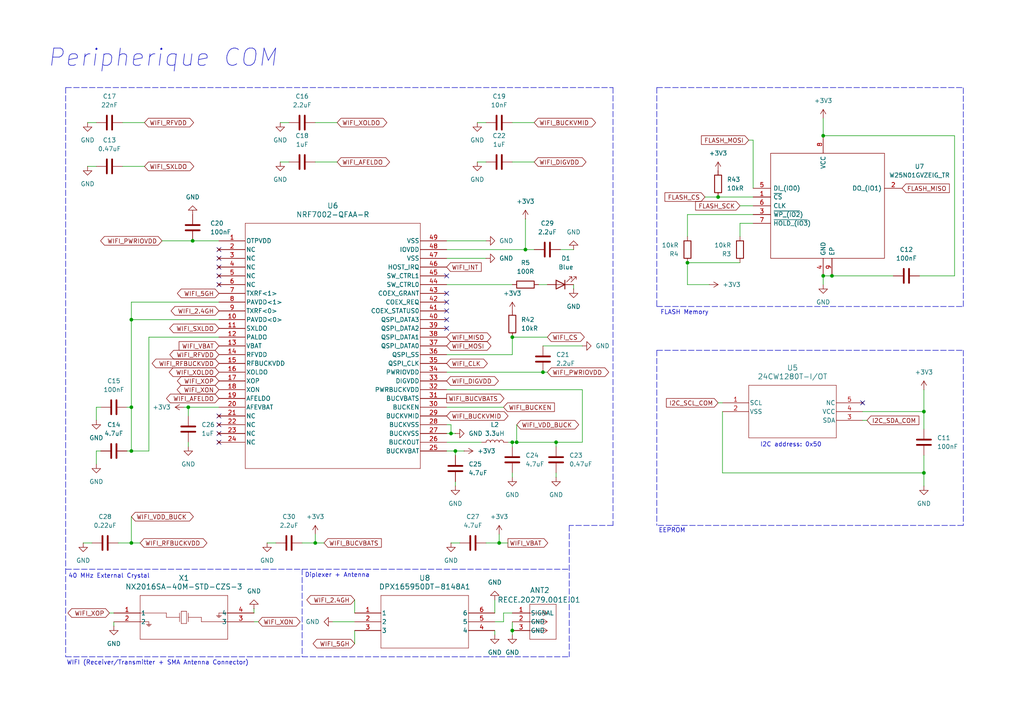
<source format=kicad_sch>
(kicad_sch (version 20231120) (generator "eeschema") (generator_version "8.0")
  (paper "A4")
  (title_block (title "Carte_Embarquée_CRAN_SEGULA") (date "28/03/2025") (rev "11/04/2025"))
  (lib_symbols
    (symbol "24CW128T-IOT:24CW1280T-I_OT" (pin_names (offset 0.254))
      (property "Reference" "U" (at 20.32 10.16 0))
      (property "Value" "24CW1280T-I/OT" (at 20.32 7.62 0))
      (symbol "24CW1280T-I_OT_0_1"
        (pin unspecified line (at 0 0 0) (length 7.62) (name "SCL") (number "1"))
        (pin power_out line (at 0 -2.54 0) (length 7.62) (name "VSS") (number "2"))
        (pin unspecified line (at 40.64 -5.08 180) (length 7.62) (name "SDA") (number "3"))
        (pin power_in line (at 40.64 -2.54 180) (length 7.62) (name "VCC") (number "4"))
        (pin no_connect line (at 40.64 0 180) (length 7.62) (name "NC") (number "5"))
      )
    )
    (symbol "ANT_Wifi_RECE.20279.001E.01:RECE.20279.001E.01" (pin_names (offset 0.254))
      (property "Reference" "ANT" (at 8.89 6.35 0))
      (property "Value" "RECE.20279.001E.01" (at 0 0 0))
      (symbol "RECE.20279.001E.01_1_1"
        (pin unspecified line (at 0 0 0) (length 5.08) (name "SIGNAL") (number "1"))
        (pin unspecified line (at 0 -2.54 0) (length 5.08) (name "GND") (number "2"))
        (pin unspecified line (at 0 -5.08 0) (length 5.08) (name "GND") (number "3"))
      )
      (symbol "RECE.20279.001E.01_1_2"
        (pin unspecified line (at 0 0 0) (length 5.08) (name "SIGNAL") (number "1"))
        (pin unspecified line (at 0 -2.54 0) (length 5.08) (name "GND") (number "2"))
        (pin unspecified line (at 0 -5.08 0) (length 5.08) (name "GND") (number "3"))
      )
    )
    (symbol "Capacitor_Unpolarized:C" (pin_numbers hide) (pin_names (offset 0.254))
      (property "Reference" "C" (at 0.635 2.54 0))
      (property "Value" "C" (at 0.635 -2.54 0))
      (symbol "C_1_1"
        (pin passive line (at 0 3.81 270) (length 2.794) (name "~") (number "1"))
        (pin passive line (at 0 -3.81 90) (length 2.794) (name "~") (number "2"))
      )
    )
    (symbol "Crystal_NX2016SA_40M_STD_CZS_3:NX2016SA-40M-STD-CZS-3" (pin_names (offset 0.254))
      (property "Reference" "X" (at 20.32 10.16 0))
      (property "Value" "NX2016SA-40M-STD-CZS-3" (at 20.32 7.62 0))
      (symbol "NX2016SA-40M-STD-CZS-3_0_1"
        (pin unspecified line (at 0 0 0) (length 7.62) (name "1") (number "1"))
        (pin unspecified line (at 0 -2.54 0) (length 7.62) (name "2") (number "2"))
        (pin unspecified line (at 40.64 -2.54 180) (length 7.62) (name "3") (number "3"))
        (pin unspecified line (at 40.64 0 180) (length 7.62) (name "4") (number "4"))
      )
    )
    (symbol "Diplexeur_DPX165950DT-8148A1:DPX165950DT-8148A1" (pin_names (offset 0.254))
      (property "Reference" "U" (at 20.32 10.16 0))
      (property "Value" "DPX165950DT-8148A1" (at 20.32 7.62 0))
      (symbol "DPX165950DT-8148A1_0_1"
        (pin unspecified line (at 0 0 0) (length 7.62) (name "1") (number "1"))
        (pin unspecified line (at 0 -2.54 0) (length 7.62) (name "2") (number "2"))
        (pin unspecified line (at 0 -5.08 0) (length 7.62) (name "3") (number "3"))
        (pin unspecified line (at 40.64 -5.08 180) (length 7.62) (name "4") (number "4"))
        (pin unspecified line (at 40.64 -2.54 180) (length 7.62) (name "5") (number "5"))
        (pin unspecified line (at 40.64 0 180) (length 7.62) (name "6") (number "6"))
      )
    )
    (symbol "Inductor:L" (pin_numbers hide) (pin_names (offset 1.016) hide)
      (property "Reference" "L" (at -1.27 0 90))
      (property "Value" "L" (at 1.905 0 90))
      (symbol "L_1_1"
        (pin passive line (at 0 3.81 270) (length 1.27) (name "1") (number "1"))
        (pin passive line (at 0 -3.81 90) (length 1.27) (name "2") (number "2"))
      )
    )
    (symbol "LED:LED" (pin_numbers hide) (pin_names (offset 1.016) hide)
      (property "Reference" "D" (at 0 2.54 0))
      (property "Value" "LED" (at 0 -2.54 0))
      (symbol "LED_1_1"
        (pin passive line (at -3.81 0 0) (length 2.54) (name "K") (number "1"))
        (pin passive line (at 3.81 0 180) (length 2.54) (name "A") (number "2"))
      )
    )
    (symbol "Resistor:R" (pin_numbers hide) (pin_names (offset 0))
      (property "Reference" "R" (at 2.032 0 90))
      (property "Value" "R" (at 0 0 90))
      (symbol "R_1_1"
        (pin passive line (at 0 3.81 270) (length 1.27) (name "~") (number "1"))
        (pin passive line (at 0 -3.81 90) (length 1.27) (name "~") (number "2"))
      )
    )
    (symbol "W25N01GVZEIG_TR:W25N01GVZEIG_TR" (pin_names (offset 0.762))
      (property "Reference" "U" (at 39.37 15.24 0))
      (property "Value" "W25N01GVZEIG_TR" (at 39.37 12.7 0))
      (symbol "W25N01GVZEIG_TR_0_0"
        (pin unspecified line (at 0 -2.54 0) (length 5.08) (name "~{CS}") (number "1"))
        (pin unspecified line (at 43.18 0 180) (length 5.08) (name "DO_(IO1)") (number "2"))
        (pin unspecified line (at 0 -7.62 0) (length 5.08) (name "~{WP_(IO2})") (number "3"))
        (pin unspecified line (at 20.32 -25.4 90) (length 5.08) (name "GND") (number "4"))
        (pin unspecified line (at 0 0 0) (length 5.08) (name "DI_(IO0)") (number "5"))
        (pin unspecified line (at 0 -5.08 0) (length 5.08) (name "CLK") (number "6"))
        (pin unspecified line (at 0 -10.16 0) (length 5.08) (name "~{HOLD_(IO3})") (number "7"))
        (pin unspecified line (at 20.32 15.24 270) (length 5.08) (name "VCC") (number "8"))
        (pin unspecified line (at 22.86 -25.4 90) (length 5.08) (name "EP") (number "9"))
      )
    )
    (symbol "Wifi_NRF7002-QFAA-R:NRF7002-QFAA-R" (pin_names (offset 0.254))
      (property "Reference" "U" (at 33.02 10.16 0))
      (property "Value" "NRF7002-QFAA-R" (at 33.02 7.62 0))
      (symbol "NRF7002-QFAA-R_0_1"
        (pin power_in line (at 0 0 0) (length 7.62) (name "OTPVDD") (number "1"))
        (pin power_in line (at 0 -22.86 0) (length 7.62) (name "PAVDD<0>") (number "10"))
        (pin power_in line (at 0 -25.4 0) (length 7.62) (name "SXLDO") (number "11"))
        (pin power_in line (at 0 -27.94 0) (length 7.62) (name "PALDO") (number "12"))
        (pin power_in line (at 0 -30.48 0) (length 7.62) (name "VBAT") (number "13"))
        (pin power_in line (at 0 -33.02 0) (length 7.62) (name "RFVDD") (number "14"))
        (pin power_in line (at 0 -35.56 0) (length 7.62) (name "RFBUCKVDD") (number "15"))
        (pin power_in line (at 0 -38.1 0) (length 7.62) (name "XOLDO") (number "16"))
        (pin unspecified line (at 0 -40.64 0) (length 7.62) (name "XOP") (number "17"))
        (pin unspecified line (at 0 -43.18 0) (length 7.62) (name "XON") (number "18"))
        (pin power_in line (at 0 -45.72 0) (length 7.62) (name "AFELDO") (number "19"))
        (pin no_connect line (at 0 -2.54 0) (length 7.62) (name "NC") (number "2"))
        (pin power_in line (at 0 -48.26 0) (length 7.62) (name "AFEVBAT") (number "20"))
        (pin no_connect line (at 0 -50.8 0) (length 7.62) (name "NC") (number "21"))
        (pin no_connect line (at 0 -53.34 0) (length 7.62) (name "NC") (number "22"))
        (pin no_connect line (at 0 -55.88 0) (length 7.62) (name "NC") (number "23"))
        (pin no_connect line (at 0 -58.42 0) (length 7.62) (name "NC") (number "24"))
        (pin power_in line (at 66.04 -60.96 180) (length 7.62) (name "BUCKVBAT") (number "25"))
        (pin power_in line (at 66.04 -58.42 180) (length 7.62) (name "BUCKOUT") (number "26"))
        (pin power_in line (at 66.04 -55.88 180) (length 7.62) (name "BUCKVSS") (number "27"))
        (pin power_in line (at 66.04 -53.34 180) (length 7.62) (name "BUCKVSS") (number "28"))
        (pin power_in line (at 66.04 -50.8 180) (length 7.62) (name "BUCKVMID") (number "29"))
        (pin no_connect line (at 0 -5.08 0) (length 7.62) (name "NC") (number "3"))
        (pin bidirectional line (at 66.04 -48.26 180) (length 7.62) (name "BUCKEN") (number "30"))
        (pin power_in line (at 66.04 -45.72 180) (length 7.62) (name "BUCVBATS") (number "31"))
        (pin power_in line (at 66.04 -43.18 180) (length 7.62) (name "PWRBUCKVDD") (number "32"))
        (pin power_in line (at 66.04 -40.64 180) (length 7.62) (name "DIGVDD") (number "33"))
        (pin power_in line (at 66.04 -38.1 180) (length 7.62) (name "PWRIOVDD") (number "34"))
        (pin bidirectional line (at 66.04 -35.56 180) (length 7.62) (name "QSPI_CLK") (number "35"))
        (pin bidirectional line (at 66.04 -33.02 180) (length 7.62) (name "QSPI_SS") (number "36"))
        (pin bidirectional line (at 66.04 -30.48 180) (length 7.62) (name "QSPI_DATA0") (number "37"))
        (pin bidirectional line (at 66.04 -27.94 180) (length 7.62) (name "QSPI_DATA1") (number "38"))
        (pin bidirectional line (at 66.04 -25.4 180) (length 7.62) (name "QSPI_DATA2") (number "39"))
        (pin no_connect line (at 0 -7.62 0) (length 7.62) (name "NC") (number "4"))
        (pin bidirectional line (at 66.04 -22.86 180) (length 7.62) (name "QSPI_DATA3") (number "40"))
        (pin bidirectional line (at 66.04 -20.32 180) (length 7.62) (name "COEX_STATUS0") (number "41"))
        (pin bidirectional line (at 66.04 -17.78 180) (length 7.62) (name "COEX_REQ") (number "42"))
        (pin bidirectional line (at 66.04 -15.24 180) (length 7.62) (name "COEX_GRANT") (number "43"))
        (pin bidirectional line (at 66.04 -12.7 180) (length 7.62) (name "SW_CTRL0") (number "44"))
        (pin bidirectional line (at 66.04 -10.16 180) (length 7.62) (name "SW_CTRL1") (number "45"))
        (pin bidirectional line (at 66.04 -7.62 180) (length 7.62) (name "HOST_IRQ") (number "46"))
        (pin power_out line (at 66.04 -5.08 180) (length 7.62) (name "VSS") (number "47"))
        (pin power_in line (at 66.04 -2.54 180) (length 7.62) (name "IOVDD") (number "48"))
        (pin power_out line (at 66.04 0 180) (length 7.62) (name "VSS") (number "49"))
        (pin no_connect line (at 0 -10.16 0) (length 7.62) (name "NC") (number "5"))
        (pin no_connect line (at 0 -12.7 0) (length 7.62) (name "NC") (number "6"))
        (pin bidirectional line (at 0 -15.24 0) (length 7.62) (name "TXRF<1>") (number "7"))
        (pin power_in line (at 0 -17.78 0) (length 7.62) (name "PAVDD<1>") (number "8"))
        (pin bidirectional line (at 0 -20.32 0) (length 7.62) (name "TXRF<0>") (number "9"))
      )
    )
    (symbol "power:+3V3" (power) (pin_numbers hide) (pin_names (offset 0) hide)
      (property "Value" "+3V3" (at 0 3.556 0))
      (symbol "+3V3_1_1"
        (pin power_in line (at 0 0 90) (length 0) (name "~") (number "1"))
      )
    )
    (symbol "power:GND" (power) (pin_numbers hide) (pin_names (offset 0) hide)
      (property "Value" "GND" (at 0 -3.81 0))
      (symbol "GND_1_1"
        (pin power_in line (at 0 0 270) (length 0) (name "~") (number "1"))
      )
    )
  )
  (junction (at 38.1 118.11))
  (junction (at 54.61 118.11))
  (junction (at 148.59 182.88))
  (junction (at 149.86 128.27))
  (junction (at 148.59 97.79))
  (junction (at 267.97 119.38))
  (junction (at 152.4 72.39))
  (junction (at 161.29 128.27))
  (junction (at 267.97 137.16))
  (junction (at 238.76 80.01))
  (junction (at 238.76 39.37))
  (junction (at 38.1 157.48))
  (junction (at 38.1 130.81))
  (junction (at 91.44 157.48))
  (junction (at 199.39 76.2))
  (junction (at 130.81 125.73))
  (junction (at 132.08 130.81))
  (junction (at 157.48 107.95))
  (junction (at 144.78 157.48))
  (junction (at 148.59 128.27))
  (junction (at 241.3 80.01))
  (junction (at 55.88 69.85))
  (junction (at 38.1 92.71))
  (junction (at 208.28 57.15))
  (no_connect (at 63.5 80.01))
  (no_connect (at 63.5 74.93))
  (no_connect (at 129.54 92.71))
  (no_connect (at 63.5 72.39))
  (no_connect (at 129.54 80.01))
  (no_connect (at 250.19 116.84))
  (no_connect (at 63.5 82.55))
  (no_connect (at 129.54 85.09))
  (no_connect (at 63.5 128.27))
  (no_connect (at 63.5 120.65))
  (no_connect (at 63.5 125.73))
  (no_connect (at 129.54 95.25))
  (no_connect (at 129.54 90.17))
  (no_connect (at 63.5 123.19))
  (no_connect (at 63.5 77.47))
  (no_connect (at 129.54 87.63))
  (wire (pts (xy 102.87 173.99) (xy 102.87 177.8)))
  (wire (pts (xy 38.1 157.48) (xy 40.64 157.48)))
  (wire (pts (xy 31.75 177.8) (xy 33.02 177.8)))
  (wire (pts (xy 144.78 154.94) (xy 144.78 157.48)))
  (wire (pts (xy 81.28 35.56) (xy 83.82 35.56)))
  (wire (pts (xy 54.61 118.11) (xy 54.61 120.65)))
  (wire (pts (xy 152.4 72.39) (xy 152.4 63.5)))
  (wire (pts (xy 130.81 125.73) (xy 132.08 125.73)))
  (wire (pts (xy 129.54 123.19) (xy 130.81 123.19)))
  (wire (pts (xy 154.94 46.99) (xy 148.59 46.99)))
  (wire (pts (xy 77.47 157.48) (xy 80.01 157.48)))
  (polyline (pts (xy 19.05 25.4) (xy 19.05 190.5)) (stroke (width 0) (type dash)))
  (wire (pts (xy 144.78 157.48) (xy 147.32 157.48)))
  (wire (pts (xy 139.7 128.27) (xy 129.54 128.27)))
  (wire (pts (xy 208.28 116.84) (xy 209.55 116.84)))
  (wire (pts (xy 87.63 157.48) (xy 91.44 157.48)))
  (wire (pts (xy 162.56 72.39) (xy 166.37 72.39)))
  (wire (pts (xy 27.94 118.11) (xy 29.21 118.11)))
  (wire (pts (xy 81.28 46.99) (xy 83.82 46.99)))
  (wire (pts (xy 38.1 92.71) (xy 63.5 92.71)))
  (wire (pts (xy 168.91 113.03) (xy 168.91 128.27)))
  (wire (pts (xy 149.86 123.19) (xy 149.86 128.27)))
  (polyline (pts (xy 177.8 152.4) (xy 165.1 152.4)) (stroke (width 0) (type dash)))
  (wire (pts (xy 54.61 118.11) (xy 63.5 118.11)))
  (wire (pts (xy 91.44 157.48) (xy 91.44 154.94)))
  (polyline (pts (xy 279.4 101.6) (xy 279.4 152.4)) (stroke (width 0) (type dash)))
  (wire (pts (xy 54.61 128.27) (xy 54.61 129.54)))
  (wire (pts (xy 147.32 128.27) (xy 148.59 128.27)))
  (wire (pts (xy 25.4 48.26) (xy 27.94 48.26)))
  (wire (pts (xy 148.59 97.79) (xy 158.75 97.79)))
  (wire (pts (xy 267.97 113.03) (xy 267.97 119.38)))
  (polyline (pts (xy 190.5 101.6) (xy 279.4 101.6)) (stroke (width 0) (type dash)))
  (wire (pts (xy 143.51 173.99) (xy 143.51 177.8)))
  (wire (pts (xy 199.39 62.23) (xy 218.44 62.23)))
  (wire (pts (xy 146.05 180.34) (xy 143.51 180.34)))
  (wire (pts (xy 143.51 182.88) (xy 143.51 184.15)))
  (wire (pts (xy 168.91 100.33) (xy 157.48 100.33)))
  (wire (pts (xy 250.19 119.38) (xy 267.97 119.38)))
  (wire (pts (xy 74.93 180.34) (xy 73.66 180.34)))
  (wire (pts (xy 36.83 118.11) (xy 38.1 118.11)))
  (wire (pts (xy 38.1 157.48) (xy 38.1 149.86)))
  (wire (pts (xy 91.44 46.99) (xy 97.79 46.99)))
  (wire (pts (xy 276.86 39.37) (xy 238.76 39.37)))
  (wire (pts (xy 149.86 128.27) (xy 161.29 128.27)))
  (wire (pts (xy 129.54 72.39) (xy 152.4 72.39)))
  (wire (pts (xy 27.94 130.81) (xy 29.21 130.81)))
  (wire (pts (xy 38.1 87.63) (xy 38.1 92.71)))
  (wire (pts (xy 33.02 181.61) (xy 33.02 180.34)))
  (wire (pts (xy 53.34 118.11) (xy 54.61 118.11)))
  (wire (pts (xy 168.91 128.27) (xy 161.29 128.27)))
  (polyline (pts (xy 19.05 25.4) (xy 177.8 25.4)) (stroke (width 0) (type dash)))
  (polyline (pts (xy 190.5 25.4) (xy 190.5 88.9)) (stroke (width 0) (type dash)))
  (wire (pts (xy 140.97 157.48) (xy 144.78 157.48)))
  (wire (pts (xy 238.76 34.29) (xy 238.76 39.37)))
  (wire (pts (xy 241.3 80.01) (xy 259.08 80.01)))
  (wire (pts (xy 91.44 157.48) (xy 93.98 157.48)))
  (polyline (pts (xy 177.8 25.4) (xy 177.8 152.4)) (stroke (width 0) (type dash)))
  (wire (pts (xy 148.59 102.87) (xy 129.54 102.87)))
  (wire (pts (xy 148.59 138.43) (xy 148.59 137.16)))
  (wire (pts (xy 140.97 69.85) (xy 129.54 69.85)))
  (wire (pts (xy 96.52 180.34) (xy 102.87 180.34)))
  (wire (pts (xy 276.86 80.01) (xy 266.7 80.01)))
  (wire (pts (xy 35.56 35.56) (xy 41.91 35.56)))
  (wire (pts (xy 25.4 35.56) (xy 27.94 35.56)))
  (wire (pts (xy 148.59 180.34) (xy 148.59 182.88)))
  (wire (pts (xy 217.17 40.64) (xy 218.44 40.64)))
  (wire (pts (xy 132.08 132.08) (xy 132.08 130.81)))
  (wire (pts (xy 161.29 129.54) (xy 161.29 128.27)))
  (polyline (pts (xy 279.4 152.4) (xy 190.5 152.4)) (stroke (width 0) (type dash)))
  (wire (pts (xy 148.59 129.54) (xy 148.59 128.27)))
  (wire (pts (xy 129.54 130.81) (xy 132.08 130.81)))
  (polyline (pts (xy 19.05 165.1) (xy 165.1 165.1)) (stroke (width 0) (type dash)))
  (polyline (pts (xy 87.63 165.1) (xy 87.63 190.5)) (stroke (width 0) (type dash)))
  (wire (pts (xy 35.56 48.26) (xy 41.91 48.26)))
  (wire (pts (xy 209.55 119.38) (xy 209.55 137.16)))
  (wire (pts (xy 148.59 128.27) (xy 149.86 128.27)))
  (wire (pts (xy 251.46 121.92) (xy 250.19 121.92)))
  (wire (pts (xy 38.1 118.11) (xy 38.1 130.81)))
  (wire (pts (xy 267.97 132.08) (xy 267.97 137.16)))
  (polyline (pts (xy 190.5 101.6) (xy 190.5 152.4)) (stroke (width 0) (type dash)))
  (wire (pts (xy 205.74 82.55) (xy 199.39 82.55)))
  (wire (pts (xy 146.05 177.8) (xy 148.59 177.8)))
  (wire (pts (xy 148.59 97.79) (xy 148.59 102.87)))
  (wire (pts (xy 132.08 139.7) (xy 132.08 140.97)))
  (polyline (pts (xy 165.1 152.4) (xy 165.1 190.5)) (stroke (width 0) (type dash)))
  (polyline (pts (xy 279.4 88.9) (xy 279.4 25.4)) (stroke (width 0) (type dash)))
  (wire (pts (xy 130.81 123.19) (xy 130.81 125.73)))
  (wire (pts (xy 43.18 97.79) (xy 43.18 130.81)))
  (wire (pts (xy 199.39 62.23) (xy 199.39 68.58)))
  (wire (pts (xy 204.47 57.15) (xy 208.28 57.15)))
  (polyline (pts (xy 19.05 190.5) (xy 165.1 190.5)) (stroke (width 0) (type dash)))
  (wire (pts (xy 130.81 125.73) (xy 129.54 125.73)))
  (wire (pts (xy 140.97 46.99) (xy 138.43 46.99)))
  (wire (pts (xy 214.63 64.77) (xy 214.63 68.58)))
  (wire (pts (xy 276.86 39.37) (xy 276.86 80.01)))
  (wire (pts (xy 27.94 130.81) (xy 27.94 134.62)))
  (wire (pts (xy 46.99 69.85) (xy 55.88 69.85)))
  (wire (pts (xy 129.54 118.11) (xy 146.05 118.11)))
  (wire (pts (xy 208.28 57.15) (xy 218.44 57.15)))
  (wire (pts (xy 140.97 35.56) (xy 138.43 35.56)))
  (wire (pts (xy 38.1 130.81) (xy 43.18 130.81)))
  (wire (pts (xy 34.29 157.48) (xy 38.1 157.48)))
  (wire (pts (xy 218.44 40.64) (xy 218.44 54.61)))
  (wire (pts (xy 102.87 186.69) (xy 102.87 182.88)))
  (wire (pts (xy 267.97 140.97) (xy 267.97 137.16)))
  (wire (pts (xy 161.29 138.43) (xy 161.29 137.16)))
  (wire (pts (xy 152.4 72.39) (xy 154.94 72.39)))
  (wire (pts (xy 24.13 157.48) (xy 26.67 157.48)))
  (polyline (pts (xy 190.5 25.4) (xy 279.4 25.4)) (stroke (width 0) (type dash)))
  (wire (pts (xy 241.3 80.01) (xy 238.76 80.01)))
  (wire (pts (xy 63.5 87.63) (xy 38.1 87.63)))
  (wire (pts (xy 129.54 82.55) (xy 148.59 82.55)))
  (wire (pts (xy 132.08 130.81) (xy 134.62 130.81)))
  (wire (pts (xy 156.21 82.55) (xy 158.75 82.55)))
  (wire (pts (xy 214.63 76.2) (xy 199.39 76.2)))
  (wire (pts (xy 38.1 92.71) (xy 38.1 118.11)))
  (wire (pts (xy 214.63 59.69) (xy 218.44 59.69)))
  (wire (pts (xy 199.39 76.2) (xy 199.39 82.55)))
  (wire (pts (xy 209.55 137.16) (xy 267.97 137.16)))
  (wire (pts (xy 166.37 82.55) (xy 166.37 83.82)))
  (wire (pts (xy 63.5 97.79) (xy 43.18 97.79)))
  (wire (pts (xy 218.44 64.77) (xy 214.63 64.77)))
  (wire (pts (xy 129.54 113.03) (xy 168.91 113.03)))
  (wire (pts (xy 73.66 176.53) (xy 73.66 177.8)))
  (polyline (pts (xy 190.5 88.9) (xy 279.4 88.9)) (stroke (width 0) (type dash)))
  (wire (pts (xy 27.94 118.11) (xy 27.94 121.92)))
  (wire (pts (xy 55.88 69.85) (xy 63.5 69.85)))
  (wire (pts (xy 238.76 82.55) (xy 238.76 80.01)))
  (wire (pts (xy 146.05 177.8) (xy 146.05 180.34)))
  (wire (pts (xy 130.81 157.48) (xy 133.35 157.48)))
  (wire (pts (xy 157.48 107.95) (xy 158.75 107.95)))
  (wire (pts (xy 36.83 130.81) (xy 38.1 130.81)))
  (wire (pts (xy 267.97 119.38) (xy 267.97 124.46)))
  (wire (pts (xy 91.44 35.56) (xy 97.79 35.56)))
  (wire (pts (xy 129.54 107.95) (xy 157.48 107.95)))
  (wire (pts (xy 129.54 74.93) (xy 140.97 74.93)))
  (wire (pts (xy 154.94 35.56) (xy 148.59 35.56)))
  (wire (pts (xy 148.59 182.88) (xy 148.59 184.15)))
  (text "40 MHz External Crystal" (at 19.812 167.894 0) (effects (font (size 1.27 1.27)) (justify left bottom)))
  (text "I2C address: 0x50" (at 220.472 129.794 0) (effects (font (size 1.27 1.27)) (justify left bottom)))
  (text "Diplexer + Antenna" (at 88.392 167.64 0) (effects (font (size 1.27 1.27)) (justify left bottom)))
  (text "Peripherique COM" (at 13.716 19.812 0) (effects (font (size 5.0038 5.0038) (italic yes)) (justify left bottom)))
  (text "FLASH Memory" (at 191.516 91.44 0) (effects (font (size 1.27 1.27)) (justify left bottom)))
  (text "WIFI (Receiver/Transmitter + SMA Antenna Connector)" (at 19.304 193.04 0) (effects (font (size 1.27 1.27)) (justify left bottom)))
  (text "EEPROM" (at 191.008 154.686 0) (effects (font (size 1.27 1.27)) (justify left bottom)))
  (global_label "WIFI_BUCKVMID" (shape bidirectional) (at 129.54 120.65 0) (property "Intersheetrefs" "${INTERSHEET_REFS}" (effects (hide yes))))
  (global_label "WIFI_CLK" (shape bidirectional) (at 129.54 105.41 0) (property "Intersheetrefs" "${INTERSHEET_REFS}" (effects (hide yes))))
  (global_label "WIFI_PWRIOVDD" (shape bidirectional) (at 46.99 69.85 180) (property "Intersheetrefs" "${INTERSHEET_REFS}" (effects (hide yes))))
  (global_label "WIFI_DIGVDD" (shape bidirectional) (at 154.94 46.99 0) (property "Intersheetrefs" "${INTERSHEET_REFS}" (effects (hide yes))))
  (global_label "WIFI_XOP" (shape bidirectional) (at 63.5 110.49 180) (property "Intersheetrefs" "${INTERSHEET_REFS}" (effects (hide yes))))
  (global_label "WIFI_SXLDO" (shape bidirectional) (at 63.5 95.25 180) (property "Intersheetrefs" "${INTERSHEET_REFS}" (effects (hide yes))))
  (global_label "WIFI_XOP" (shape bidirectional) (at 31.75 177.8 180) (property "Intersheetrefs" "${INTERSHEET_REFS}" (effects (hide yes))))
  (global_label "WIFI_2.4GH" (shape bidirectional) (at 102.87 173.99 180) (property "Intersheetrefs" "${INTERSHEET_REFS}" (effects (hide yes))))
  (global_label "WIFI_XON" (shape bidirectional) (at 63.5 113.03 180) (property "Intersheetrefs" "${INTERSHEET_REFS}" (effects (hide yes))))
  (global_label "WIFI_DIGVDD" (shape bidirectional) (at 129.54 110.49 0) (property "Intersheetrefs" "${INTERSHEET_REFS}" (effects (hide yes))))
  (global_label "WIFI_RFVDD" (shape bidirectional) (at 41.91 35.56 0) (property "Intersheetrefs" "${INTERSHEET_REFS}" (effects (hide yes))))
  (global_label "FLASH_MISO" (shape input) (at 261.62 54.61 0) (property "Intersheetrefs" "${INTERSHEET_REFS}" (effects (hide yes))))
  (global_label "WIFI_MISO" (shape bidirectional) (at 129.54 97.79 0) (property "Intersheetrefs" "${INTERSHEET_REFS}" (effects (hide yes))))
  (global_label "FLASH_CS" (shape input) (at 204.47 57.15 180) (property "Intersheetrefs" "${INTERSHEET_REFS}" (effects (hide yes))))
  (global_label "FLASH_MOSI" (shape input) (at 217.17 40.64 180) (property "Intersheetrefs" "${INTERSHEET_REFS}" (effects (hide yes))))
  (global_label "WIFI_RFBUCKVDD" (shape bidirectional) (at 63.5 105.41 180) (property "Intersheetrefs" "${INTERSHEET_REFS}" (effects (hide yes))))
  (global_label "WIFI_RFBUCKVDD" (shape bidirectional) (at 40.64 157.48 0) (property "Intersheetrefs" "${INTERSHEET_REFS}" (effects (hide yes))))
  (global_label "WIFI_VBAT" (shape output) (at 147.32 157.48 0) (property "Intersheetrefs" "${INTERSHEET_REFS}" (effects (hide yes))))
  (global_label "FLASH_SCK" (shape input) (at 214.63 59.69 180) (property "Intersheetrefs" "${INTERSHEET_REFS}" (effects (hide yes))))
  (global_label "WIFI_SXLDO" (shape bidirectional) (at 41.91 48.26 0) (property "Intersheetrefs" "${INTERSHEET_REFS}" (effects (hide yes))))
  (global_label "WIFI_BUCKEN" (shape input) (at 146.05 118.11 0) (property "Intersheetrefs" "${INTERSHEET_REFS}" (effects (hide yes))))
  (global_label "WIFI_PWRIOVDD" (shape bidirectional) (at 158.75 107.95 0) (property "Intersheetrefs" "${INTERSHEET_REFS}" (effects (hide yes))))
  (global_label "WIFI_2.4GH" (shape bidirectional) (at 63.5 90.17 180) (property "Intersheetrefs" "${INTERSHEET_REFS}" (effects (hide yes))))
  (global_label "WIFI_XON" (shape bidirectional) (at 74.93 180.34 0) (property "Intersheetrefs" "${INTERSHEET_REFS}" (effects (hide yes))))
  (global_label "WIFI_BUCVBATS" (shape input) (at 93.98 157.48 0) (property "Intersheetrefs" "${INTERSHEET_REFS}" (effects (hide yes))))
  (global_label "WIFI_5GH" (shape bidirectional) (at 63.5 85.09 180) (property "Intersheetrefs" "${INTERSHEET_REFS}" (effects (hide yes))))
  (global_label "WIFI_XOLDO" (shape bidirectional) (at 63.5 107.95 180) (property "Intersheetrefs" "${INTERSHEET_REFS}" (effects (hide yes))))
  (global_label "WIFI_AFELDO" (shape bidirectional) (at 63.5 115.57 180) (property "Intersheetrefs" "${INTERSHEET_REFS}" (effects (hide yes))))
  (global_label "WIFI_INT" (shape input) (at 129.54 77.47 0) (property "Intersheetrefs" "${INTERSHEET_REFS}" (effects (hide yes))))
  (global_label "WIFI_MOSI" (shape bidirectional) (at 129.54 100.33 0) (property "Intersheetrefs" "${INTERSHEET_REFS}" (effects (hide yes))))
  (global_label "WIFI_5GH" (shape bidirectional) (at 102.87 186.69 180) (property "Intersheetrefs" "${INTERSHEET_REFS}" (effects (hide yes))))
  (global_label "WIFI_XOLDO" (shape bidirectional) (at 97.79 35.56 0) (property "Intersheetrefs" "${INTERSHEET_REFS}" (effects (hide yes))))
  (global_label "I2C_SCL_COM" (shape input) (at 208.28 116.84 180) (property "Intersheetrefs" "${INTERSHEET_REFS}" (effects (hide yes))))
  (global_label "WIFI_VDD_BUCK" (shape bidirectional) (at 38.1 149.86 0) (property "Intersheetrefs" "${INTERSHEET_REFS}" (effects (hide yes))))
  (global_label "I2C_SDA_COM" (shape input) (at 251.46 121.92 0) (property "Intersheetrefs" "${INTERSHEET_REFS}" (effects (hide yes))))
  (global_label "WIFI_VBAT" (shape input) (at 63.5 100.33 180) (property "Intersheetrefs" "${INTERSHEET_REFS}" (effects (hide yes))))
  (global_label "WIFI_BUCKVMID" (shape bidirectional) (at 154.94 35.56 0) (property "Intersheetrefs" "${INTERSHEET_REFS}" (effects (hide yes))))
  (global_label "WIFI_VDD_BUCK" (shape bidirectional) (at 149.86 123.19 0) (property "Intersheetrefs" "${INTERSHEET_REFS}" (effects (hide yes))))
  (global_label "WIFI_BUCVBATS" (shape output) (at 129.54 115.57 0) (property "Intersheetrefs" "${INTERSHEET_REFS}" (effects (hide yes))))
  (global_label "WIFI_AFELDO" (shape bidirectional) (at 97.79 46.99 0) (property "Intersheetrefs" "${INTERSHEET_REFS}" (effects (hide yes))))
  (global_label "WIFI_RFVDD" (shape bidirectional) (at 63.5 102.87 180) (property "Intersheetrefs" "${INTERSHEET_REFS}" (effects (hide yes))))
  (global_label "WIFI_CS" (shape bidirectional) (at 158.75 97.79 0) (property "Intersheetrefs" "${INTERSHEET_REFS}" (effects (hide yes))))
  (symbol (lib_id "power:+3V3") (at 134.62 130.81 270) (unit 1)
    (property "Reference" "#PWR43" (effects (hide yes)))
    (property "Value" "+3V3" (at 138.43 130.8099 90) (effects (justify left)))
    (property "Description" "Power symbol creates a global label with name \"+3V3\"" (effects (hide yes)))
  )
  (symbol (lib_id "Capacitor_Unpolarized:C") (at 31.75 35.56 270) (unit 1)
    (property "Reference" "C17" (at 31.75 27.94 90))
    (property "Value" "22nF" (at 31.75 30.48 90))
    (property "Footprint" "Capacitor_22nF_10V_GRM033R61A223KE84D:CAPC0603X33N" (effects (hide yes)))
    (property "Datasheet" "GRM033R61A223KE84D" (effects (hide yes)))
    (property "Description" "Unpolarized capacitor GRM033R61A223KE84D" (effects (hide yes)))
  )
  (symbol (lib_id "Capacitor_Unpolarized:C") (at 87.63 35.56 90) (unit 1)
    (property "Reference" "C16" (at 87.63 27.94 90))
    (property "Value" "2.2uF" (at 87.63 30.48 90))
    (property "Footprint" "Capacitor_2_2uF_16V_GRM188C71C225KE11J:CAPC1608X100N" (effects (hide yes)))
    (property "Datasheet" "GRM188C71C225KE11J" (effects (hide yes)))
    (property "Description" "Unpolarized capacitor GRM188C71C225KE11J" (effects (hide yes)))
  )
  (symbol (lib_id "power:GND") (at 33.02 181.61 0) (unit 1)
    (property "Reference" "#PWR55" (effects (hide yes)))
    (property "Value" "GND" (at 33.02 186.69 0))
    (property "Description" "Power symbol creates a global label with name \"GND\" , ground" (effects (hide yes)))
  )
  (symbol (lib_id "Capacitor_Unpolarized:C") (at 144.78 46.99 90) (unit 1)
    (property "Reference" "C22" (at 144.78 39.37 90))
    (property "Value" "1uF" (at 144.78 41.91 90))
    (property "Footprint" "Capacitor_1uF_16V_GRM155C81C105KE11D:CAPC1005X60N" (effects (hide yes)))
    (property "Datasheet" "GRM155C81C105KE11D" (effects (hide yes)))
    (property "Description" "Unpolarized capacitor GRM155C81C105KE11D" (effects (hide yes)))
  )
  (symbol (lib_id "power:GND") (at 54.61 129.54 0) (unit 1)
    (property "Reference" "#PWR46" (effects (hide yes)))
    (property "Value" "GND" (at 54.61 134.62 0))
    (property "Description" "Power symbol creates a global label with name \"GND\" , ground" (effects (hide yes)))
  )
  (symbol (lib_id "Capacitor_Unpolarized:C") (at 55.88 66.04 0) (unit 1)
    (property "Reference" "C20" (at 60.96 64.7699 0) (effects (justify left)))
    (property "Value" "100nF" (at 60.96 67.3099 0) (effects (justify left)))
    (property "Footprint" "Capacitor_100nF_16V_GRM033C71C104KE14D:CAPC0603X33N" (effects (hide yes)))
    (property "Datasheet" "GRM033C71C104KE14D" (effects (hide yes)))
    (property "Description" "Unpolarized capacitor GRM033C71C104KE14D" (effects (hide yes)))
  )
  (symbol (lib_id "power:GND") (at 81.28 35.56 0) (unit 1)
    (property "Reference" "#PWR31" (effects (hide yes)))
    (property "Value" "GND" (at 81.28 40.64 0))
    (property "Description" "Power symbol creates a global label with name \"GND\" , ground" (effects (hide yes)))
  )
  (symbol (lib_id "Wifi_NRF7002-QFAA-R:NRF7002-QFAA-R") (at 63.5 69.85 0) (unit 1)
    (property "Reference" "U6" (at 96.52 59.69 0) (effects (font (size 1.524 1.524))))
    (property "Value" "NRF7002-QFAA-R" (at 96.52 62.23 0) (effects (font (size 1.524 1.524))))
    (property "Footprint" "Wifi_NRF7002-QFAA-R:QFN48_6X6_NOR" (effects (hide yes)))
    (property "Datasheet" "NRF7002-QFAA-R" (effects (hide yes)))
  )
  (symbol (lib_id "Capacitor_Unpolarized:C") (at 262.89 80.01 90) (unit 1)
    (property "Reference" "C12" (at 262.89 72.39 90))
    (property "Value" "100nF" (at 262.89 74.93 90))
    (property "Footprint" "Capacitor_100nF_GRM155C71H104JE19D:CAPC1005X55N" (effects (hide yes)))
    (property "Datasheet" "GRM155C71H104JE19D" (effects (hide yes)))
    (property "Description" "Unpolarized capacitor GRM155C71H104JE19D" (effects (hide yes)))
  )
  (symbol (lib_id "Capacitor_Unpolarized:C") (at 267.97 128.27 0) (unit 1)
    (property "Reference" "C11" (at 271.78 126.9999 0) (effects (justify left)))
    (property "Value" "100nF" (at 271.78 129.5399 0) (effects (justify left)))
    (property "Footprint" "Capacitor_100nF_GRM155C71H104JE19D:CAPC1005X55N" (effects (hide yes)))
    (property "Datasheet" "GRM155C71H104JE19D" (effects (hide yes)))
    (property "Description" "Unpolarized capacitor GRM155C71H104JE19D" (effects (hide yes)))
  )
  (symbol (lib_id "power:GND") (at 166.37 83.82 0) (unit 1)
    (property "Reference" "#PWR54" (effects (hide yes)))
    (property "Value" "GND" (at 166.37 88.9 0))
    (property "Description" "Power symbol creates a global label with name \"GND\" , ground" (effects (hide yes)))
  )
  (symbol (lib_id "Resistor:R") (at 199.39 72.39 180) (unit 1)
    (property "Reference" "R4" (at 196.85 73.6601 0) (effects (justify left)))
    (property "Value" "10kR" (at 196.85 71.1201 0) (effects (justify left)))
    (property "Footprint" "Resistor_10kR_CRGP0402F10K:RESC1105X40N" (effects (hide yes)))
    (property "Datasheet" "CRGP0402F10K" (effects (hide yes)))
    (property "Description" "Resistor CRGP0402F10K" (effects (hide yes)))
  )
  (symbol (lib_id "Capacitor_Unpolarized:C") (at 137.16 157.48 90) (unit 1)
    (property "Reference" "C27" (at 137.16 149.86 90))
    (property "Value" "4.7uF" (at 137.16 152.4 90))
    (property "Footprint" "Capacitor_4_7uF_GRM188C81E475KE11D:CAPC1608X100N" (effects (hide yes)))
    (property "Datasheet" "GRM188C81E475KE11D" (effects (hide yes)))
    (property "Description" "Unpolarized capacitor GRM188C81E475KE11D" (effects (hide yes)))
  )
  (symbol (lib_id "Resistor:R") (at 152.4 82.55 90) (unit 1)
    (property "Reference" "R5" (at 152.4 76.2 90))
    (property "Value" "100R" (at 152.4 78.74 90))
    (property "Footprint" "Resistor_100R_ERJ-PA3D1000V:RES_ERJPA3D1000V" (effects (hide yes)))
    (property "Datasheet" "ERJ-PA3D1000V" (effects (hide yes)))
    (property "Description" "Resistor ERJ-PA3D1000V" (effects (hide yes)))
  )
  (symbol (lib_id "power:GND") (at 166.37 72.39 180) (unit 1)
    (property "Reference" "#PWR51" (effects (hide yes)))
    (property "Value" "GND" (at 166.37 67.31 0))
    (property "Description" "Power symbol creates a global label with name \"GND\" , ground" (effects (hide yes)))
  )
  (symbol (lib_id "power:GND") (at 25.4 35.56 0) (unit 1)
    (property "Reference" "#PWR32" (effects (hide yes)))
    (property "Value" "GND" (at 25.4 40.64 0))
    (property "Description" "Power symbol creates a global label with name \"GND\" , ground" (effects (hide yes)))
  )
  (symbol (lib_id "power:GND") (at 138.43 46.99 0) (unit 1)
    (property "Reference" "#PWR40" (effects (hide yes)))
    (property "Value" "GND" (at 138.43 52.07 0))
    (property "Description" "Power symbol creates a global label with name \"GND\" , ground" (effects (hide yes)))
  )
  (symbol (lib_id "Capacitor_Unpolarized:C") (at 148.59 133.35 0) (unit 1)
    (property "Reference" "C24" (at 152.4 132.0799 0) (effects (justify left)))
    (property "Value" "4.7uF" (at 152.4 134.6199 0) (effects (justify left)))
    (property "Footprint" "Capacitor_4_7uF_GRM188C81E475KE11D:CAPC1608X100N" (effects (hide yes)))
    (property "Datasheet" "GRM188C81E475KE11D" (effects (hide yes)))
    (property "Description" "Unpolarized capacitor GRM188C81E475KE11D" (effects (hide yes)))
  )
  (symbol (lib_id "power:GND") (at 81.28 46.99 0) (unit 1)
    (property "Reference" "#PWR33" (effects (hide yes)))
    (property "Value" "GND" (at 81.28 52.07 0))
    (property "Description" "Power symbol creates a global label with name \"GND\" , ground" (effects (hide yes)))
  )
  (symbol (lib_id "24CW128T-IOT:24CW1280T-I_OT") (at 209.55 116.84 0) (unit 1)
    (property "Reference" "U5" (at 229.87 106.68 0) (effects (font (size 1.524 1.524))))
    (property "Value" "24CW1280T-I/OT" (at 229.87 109.22 0) (effects (font (size 1.524 1.524))))
    (property "Footprint" "24CW128T-IOT:SOT-23-5_2P9X1P6_MCH" (effects (hide yes)))
    (property "Datasheet" "24CW1280T-I/OT" (effects (hide yes)))
  )
  (symbol (lib_id "power:GND") (at 77.47 157.48 0) (unit 1)
    (property "Reference" "#PWR52" (effects (hide yes)))
    (property "Value" "GND" (at 77.47 162.56 0))
    (property "Description" "Power symbol creates a global label with name \"GND\" , ground" (effects (hide yes)))
  )
  (symbol (lib_id "power:+3V3") (at 267.97 113.03 0) (unit 1)
    (property "Reference" "#PWR23" (effects (hide yes)))
    (property "Value" "+3V3" (at 267.97 107.95 0))
    (property "Description" "Power symbol creates a global label with name \"+3V3\"" (effects (hide yes)))
  )
  (symbol (lib_id "power:GND") (at 143.51 173.99 180) (unit 1)
    (property "Reference" "#PWR59" (effects (hide yes)))
    (property "Value" "GND" (at 143.51 168.91 0))
    (property "Description" "Power symbol creates a global label with name \"GND\" , ground" (effects (hide yes)))
  )
  (symbol (lib_id "W25N01GVZEIG_TR:W25N01GVZEIG_TR") (at 218.44 54.61 0) (unit 1)
    (property "Reference" "U7" (at 266.7 48.2914 0))
    (property "Value" "W25N01GVZEIG_TR" (at 266.7 50.8314 0))
    (property "Footprint" "W25N01GVZEIG_TR:SON127P800X600X80-9N-D" (effects (hide yes)))
    (property "Datasheet" "https://www.winbond.com/resource-files/w25n01gv revg 032116.pdf" (effects (hide yes)))
    (property "Description" "IC FLASH 1GBIT 104MHZ 8WSON" (effects (hide yes)))
    (property "Description_1" "IC FLASH 1GBIT 104MHZ 8WSON" (effects (hide yes)))
    (property "Height" "0.8" (effects (hide yes)))
    (property "Manufacturer_Name" "Winbond" (effects (hide yes)))
    (property "Manufacturer_Part_Number" "W25N01GVZEIG TR" (effects (hide yes)))
    (property "Mouser Part Number" "454-W25N01GVZEIGTR" (effects (hide yes)))
    (property "Mouser Price/Stock" "https://www.mouser.com/Search/Refine.aspx?Keyword=454-W25N01GVZEIGTR" (effects (hide yes)))
  )
  (symbol (lib_id "power:GND") (at 267.97 140.97 0) (unit 1)
    (property "Reference" "#PWR24" (effects (hide yes)))
    (property "Value" "GND" (at 267.97 146.05 0))
    (property "Description" "Power symbol creates a global label with name \"GND\" , ground" (effects (hide yes)))
  )
  (symbol (lib_id "power:+3V3") (at 238.76 34.29 0) (unit 1)
    (property "Reference" "#PWR26" (effects (hide yes)))
    (property "Value" "+3V3" (at 238.76 29.21 0))
    (property "Description" "Power symbol creates a global label with name \"+3V3\"" (effects (hide yes)))
  )
  (symbol (lib_id "ANT_Wifi_RECE.20279.001E.01:RECE.20279.001E.01") (at 148.59 177.8 0) (unit 1)
    (property "Reference" "ANT2" (at 153.67 171.196 0) (effects (font (size 1.524 1.524)) (justify left)))
    (property "Value" "RECE.20279.001E.01" (at 144.272 173.99 0) (effects (font (size 1.524 1.524)) (justify left)))
    (property "Footprint" "ANT_Wifi_RECE.20279.001E.01:CON3_RECE.20279.001E.01_TAL" (effects (hide yes)))
    (property "Datasheet" "RECE.20279.001E.01" (effects (hide yes)))
  )
  (symbol (lib_id "power:GND") (at 27.94 134.62 0) (unit 1)
    (property "Reference" "#PWR29" (effects (hide yes)))
    (property "Value" "GND" (at 27.94 139.7 0))
    (property "Description" "Power symbol creates a global label with name \"GND\" , ground" (effects (hide yes)))
  )
  (symbol (lib_id "Capacitor_Unpolarized:C") (at 30.48 157.48 90) (unit 1)
    (property "Reference" "C28" (at 30.48 149.86 90))
    (property "Value" "0.22uF" (at 30.48 152.4 90))
    (property "Footprint" "Capacitor_0_22uF_GRM033R61A224KE90D:CAPC0603X33N" (effects (hide yes)))
    (property "Datasheet" "GRM033R61A224KE90D" (effects (hide yes)))
    (property "Description" "Unpolarized capacitor GRM033R61A224KE90D" (effects (hide yes)))
  )
  (symbol (lib_id "power:+3V3") (at 152.4 63.5 0) (unit 1)
    (property "Reference" "#PWR50" (effects (hide yes)))
    (property "Value" "+3V3" (at 152.4 58.42 0))
    (property "Description" "Power symbol creates a global label with name \"+3V3\"" (effects (hide yes)))
  )
  (symbol (lib_id "power:GND") (at 132.08 140.97 0) (unit 1)
    (property "Reference" "#PWR44" (effects (hide yes)))
    (property "Value" "GND" (at 132.08 146.05 0))
    (property "Description" "Power symbol creates a global label with name \"GND\" , ground" (effects (hide yes)))
  )
  (symbol (lib_id "power:GND") (at 148.59 184.15 0) (unit 1)
    (property "Reference" "#PWR60" (effects (hide yes)))
    (property "Value" "GND" (at 148.59 189.23 0))
    (property "Description" "Power symbol creates a global label with name \"GND\" , ground" (effects (hide yes)))
  )
  (symbol (lib_id "power:GND") (at 140.97 69.85 90) (unit 1)
    (property "Reference" "#PWR36" (effects (hide yes)))
    (property "Value" "GND" (at 144.78 69.8499 90) (effects (justify right)))
    (property "Description" "Power symbol creates a global label with name \"GND\" , ground" (effects (hide yes)))
  )
  (symbol (lib_id "power:+3V3") (at 205.74 82.55 270) (unit 1)
    (property "Reference" "#PWR199" (effects (hide yes)))
    (property "Value" "+3V3" (at 209.55 82.5499 90) (effects (justify left)))
    (property "Description" "Power symbol creates a global label with name \"+3V3\"" (effects (hide yes)))
  )
  (symbol (lib_id "power:GND") (at 25.4 48.26 0) (unit 1)
    (property "Reference" "#PWR28" (effects (hide yes)))
    (property "Value" "GND" (at 25.4 53.34 0))
    (property "Description" "Power symbol creates a global label with name \"GND\" , ground" (effects (hide yes)))
  )
  (symbol (lib_id "LED:LED") (at 162.56 82.55 180) (unit 1)
    (property "Reference" "D1" (at 164.1475 74.93 0))
    (property "Value" "Blue" (at 164.1475 77.47 0))
    (property "Footprint" "LED_Blue_5990091007F:599-0091-007F_DIA" (effects (hide yes)))
    (property "Datasheet" "5990091007F" (effects (hide yes)))
    (property "Description" "Light emitting diode 5990091007F" (effects (hide yes)))
  )
  (symbol (lib_id "Capacitor_Unpolarized:C") (at 33.02 118.11 90) (unit 1)
    (property "Reference" "C15" (at 33.02 110.49 90))
    (property "Value" "100nF" (at 33.02 113.03 90))
    (property "Footprint" "Capacitor_100nF_16V_GRM033C71C104KE14D:CAPC0603X33N" (effects (hide yes)))
    (property "Datasheet" "GRM033C71C104KE14D" (effects (hide yes)))
    (property "Description" "Unpolarized capacitor GRM033C71C104KE14D" (effects (hide yes)))
  )
  (symbol (lib_id "power:GND") (at 238.76 82.55 0) (unit 1)
    (property "Reference" "#PWR25" (effects (hide yes)))
    (property "Value" "GND" (at 238.76 87.63 0))
    (property "Description" "Power symbol creates a global label with name \"GND\" , ground" (effects (hide yes)))
  )
  (symbol (lib_id "power:+3V3") (at 144.78 154.94 0) (unit 1)
    (property "Reference" "#PWR48" (effects (hide yes)))
    (property "Value" "+3V3" (at 144.78 149.86 0))
    (property "Description" "Power symbol creates a global label with name \"+3V3\"" (effects (hide yes)))
  )
  (symbol (lib_id "power:GND") (at 24.13 157.48 0) (unit 1)
    (property "Reference" "#PWR49" (effects (hide yes)))
    (property "Value" "GND" (at 24.13 162.56 0))
    (property "Description" "Power symbol creates a global label with name \"GND\" , ground" (effects (hide yes)))
  )
  (symbol (lib_id "Capacitor_Unpolarized:C") (at 31.75 48.26 90) (unit 1)
    (property "Reference" "C13" (at 31.75 40.64 90))
    (property "Value" "0.47uF" (at 31.75 43.18 90))
    (property "Footprint" "Capacitor_0_47uF_GRM033R60J474KE90D:CAPC0603X33N" (effects (hide yes)))
    (property "Datasheet" "GRM033R60J474KE90D" (effects (hide yes)))
    (property "Description" "Unpolarized capacitor GRM033R60J474KE90D" (effects (hide yes)))
  )
  (symbol (lib_id "power:GND") (at 132.08 125.73 90) (unit 1)
    (property "Reference" "#PWR34" (effects (hide yes)))
    (property "Value" "GND" (at 135.89 125.7299 90) (effects (justify right)))
    (property "Description" "Power symbol creates a global label with name \"GND\" , ground" (effects (hide yes)))
  )
  (symbol (lib_id "Capacitor_Unpolarized:C") (at 87.63 46.99 90) (unit 1)
    (property "Reference" "C18" (at 87.63 39.37 90))
    (property "Value" "1uF" (at 87.63 41.91 90))
    (property "Footprint" "Capacitor_1uF_10V_GCM155C71A105KE38D:CAPC1005X70N" (effects (hide yes)))
    (property "Datasheet" "GCM155C71A105KE38D" (effects (hide yes)))
    (property "Description" "Unpolarized capacitor GCM155C71A105KE38D" (effects (hide yes)))
  )
  (symbol (lib_id "power:GND") (at 130.81 157.48 0) (unit 1)
    (property "Reference" "#PWR47" (effects (hide yes)))
    (property "Value" "GND" (at 130.81 162.56 0))
    (property "Description" "Power symbol creates a global label with name \"GND\" , ground" (effects (hide yes)))
  )
  (symbol (lib_id "Capacitor_Unpolarized:C") (at 144.78 35.56 90) (unit 1)
    (property "Reference" "C19" (at 144.78 27.94 90))
    (property "Value" "10nF" (at 144.78 30.48 90))
    (property "Footprint" "Capacitor_10nF_C0402C103J3RECAUTO:CAPC1005X55N" (effects (hide yes)))
    (property "Datasheet" "C0402C103J3RECAUTO" (effects (hide yes)))
    (property "Description" "Unpolarized capacitor C0402C103J3RECAUTO" (effects (hide yes)))
  )
  (symbol (lib_id "Capacitor_Unpolarized:C") (at 132.08 135.89 0) (unit 1)
    (property "Reference" "C25" (at 135.89 134.6199 0) (effects (justify left)))
    (property "Value" "4.7uF" (at 135.89 137.1599 0) (effects (justify left)))
    (property "Footprint" "Capacitor_4_7uF_GRM188C81E475KE11D:CAPC1608X100N" (effects (hide yes)))
    (property "Datasheet" "GRM188C81E475KE11D" (effects (hide yes)))
    (property "Description" "Unpolarized capacitor GRM188C81E475KE11D" (effects (hide yes)))
  )
  (symbol (lib_id "Capacitor_Unpolarized:C") (at 161.29 133.35 0) (unit 1)
    (property "Reference" "C23" (at 165.1 132.0799 0) (effects (justify left)))
    (property "Value" "0.47uF" (at 165.1 134.6199 0) (effects (justify left)))
    (property "Footprint" "Capacitor_0_47uF_GRM033R60J474KE90D:CAPC0603X33N" (effects (hide yes)))
    (property "Datasheet" "GRM033R60J474KE90D" (effects (hide yes)))
    (property "Description" "Unpolarized capacitor GRM033R60J474KE90D" (effects (hide yes)))
  )
  (symbol (lib_id "Resistor:R") (at 148.59 93.98 0) (unit 1)
    (property "Reference" "R42" (at 151.13 92.7099 0) (effects (justify left)))
    (property "Value" "10kR" (at 151.13 95.2499 0) (effects (justify left)))
    (property "Footprint" "Resistor_10kR_CRGP0402F10K:RESC1105X40N" (effects (hide yes)))
    (property "Datasheet" "CRGP0402F10K" (effects (hide yes)))
    (property "Description" "Resistor CRGP0402F10K" (effects (hide yes)))
  )
  (symbol (lib_id "power:+3V3") (at 208.28 49.53 0) (unit 1)
    (property "Reference" "#PWR126" (effects (hide yes)))
    (property "Value" "+3V3" (at 208.28 44.45 0))
    (property "Description" "Power symbol creates a global label with name \"+3V3\"" (effects (hide yes)))
  )
  (symbol (lib_id "Capacitor_Unpolarized:C") (at 158.75 72.39 90) (unit 1)
    (property "Reference" "C29" (at 158.75 64.77 90))
    (property "Value" "2.2uF" (at 158.75 67.31 90))
    (property "Footprint" "Capacitor_2_2uF_16V_GRM188C71C225KE11J:CAPC1608X100N" (effects (hide yes)))
    (property "Datasheet" "GRM188C71C225KE11J" (effects (hide yes)))
    (property "Description" "Unpolarized capacitor GRM188C71C225KE11J" (effects (hide yes)))
  )
  (symbol (lib_id "Inductor:L") (at 143.51 128.27 90) (unit 1)
    (property "Reference" "L2" (at 143.51 123.19 90))
    (property "Value" "3.3uH" (at 143.51 125.73 90))
    (property "Footprint" "Inductor_3_3uH_74479775233:WE-PMI_0805_H1" (effects (hide yes)))
    (property "Datasheet" "74479775233" (effects (hide yes)))
    (property "Description" "Inductor 74479775233" (effects (hide yes)))
  )
  (symbol (lib_id "Capacitor_Unpolarized:C") (at 54.61 124.46 180) (unit 1)
    (property "Reference" "C26" (at 58.42 123.1899 0) (effects (justify right)))
    (property "Value" "1uF" (at 58.42 125.7299 0) (effects (justify right)))
    (property "Footprint" "Capacitor_1uF_GRM155R6YA105KE11D:CAPC1005X60N" (effects (hide yes)))
    (property "Datasheet" "GRM155R6YA105KE11D" (effects (hide yes)))
    (property "Description" "Unpolarized capacitor GRM155R6YA105KE11D" (effects (hide yes)))
  )
  (symbol (lib_id "Resistor:R") (at 208.28 53.34 0) (unit 1)
    (property "Reference" "R43" (at 210.82 52.0699 0) (effects (justify left)))
    (property "Value" "10kR" (at 210.82 54.6099 0) (effects (justify left)))
    (property "Footprint" "Resistor_10kR_CRGP0402F10K:RESC1105X40N" (effects (hide yes)))
    (property "Datasheet" "CRGP0402F10K" (effects (hide yes)))
    (property "Description" "Resistor CRGP0402F10K" (effects (hide yes)))
  )
  (symbol (lib_id "Crystal_NX2016SA_40M_STD_CZS_3:NX2016SA-40M-STD-CZS-3") (at 33.02 177.8 0) (unit 1)
    (property "Reference" "X1" (at 53.34 167.64 0) (effects (font (size 1.524 1.524))))
    (property "Value" "NX2016SA-40M-STD-CZS-3" (at 53.34 170.18 0) (effects (font (size 1.524 1.524))))
    (property "Footprint" "Crystal_NX2016SA_40M_STD_CZS_3:NX2016SA-40M-STD-CZS-3_NDK" (effects (hide yes)))
    (property "Datasheet" "NX2016SA-40M-STD-CZS-3" (effects (hide yes)))
  )
  (symbol (lib_id "Diplexeur_DPX165950DT-8148A1:DPX165950DT-8148A1") (at 102.87 177.8 0) (unit 1)
    (property "Reference" "U8" (at 123.19 167.64 0) (effects (font (size 1.524 1.524))))
    (property "Value" "DPX165950DT-8148A1" (at 123.19 170.18 0) (effects (font (size 1.524 1.524))))
    (property "Footprint" "Diplexeur_DPX165950DT-8148A1:RF_5049A1_TDK" (effects (hide yes)))
    (property "Datasheet" "DPX165950DT-8148A1" (effects (hide yes)))
  )
  (symbol (lib_id "power:GND") (at 138.43 35.56 0) (unit 1)
    (property "Reference" "#PWR35" (effects (hide yes)))
    (property "Value" "GND" (at 138.43 40.64 0))
    (property "Description" "Power symbol creates a global label with name \"GND\" , ground" (effects (hide yes)))
  )
  (symbol (lib_id "power:GND") (at 143.51 184.15 0) (unit 1)
    (property "Reference" "#PWR58" (effects (hide yes)))
    (property "Value" "GND" (at 143.51 189.23 0))
    (property "Description" "Power symbol creates a global label with name \"GND\" , ground" (effects (hide yes)))
  )
  (symbol (lib_id "power:GND") (at 27.94 121.92 0) (unit 1)
    (property "Reference" "#PWR30" (effects (hide yes)))
    (property "Value" "GND" (at 27.94 127 0))
    (property "Description" "Power symbol creates a global label with name \"GND\" , ground" (effects (hide yes)))
  )
  (symbol (lib_id "power:GND") (at 161.29 138.43 0) (unit 1)
    (property "Reference" "#PWR41" (effects (hide yes)))
    (property "Value" "GND" (at 161.29 143.51 0))
    (property "Description" "Power symbol creates a global label with name \"GND\" , ground" (effects (hide yes)))
  )
  (symbol (lib_id "power:+3V3") (at 148.59 90.17 0) (unit 1)
    (property "Reference" "#PWR198" (effects (hide yes)))
    (property "Value" "+3V3" (at 148.59 85.09 0))
    (property "Description" "Power symbol creates a global label with name \"+3V3\"" (effects (hide yes)))
  )
  (symbol (lib_id "power:GND") (at 55.88 62.23 180) (unit 1)
    (property "Reference" "#PWR38" (effects (hide yes)))
    (property "Value" "GND" (at 55.88 57.15 0))
    (property "Description" "Power symbol creates a global label with name \"GND\" , ground" (effects (hide yes)))
  )
  (symbol (lib_id "power:GND") (at 148.59 138.43 0) (unit 1)
    (property "Reference" "#PWR42" (effects (hide yes)))
    (property "Value" "GND" (at 148.59 143.51 0))
    (property "Description" "Power symbol creates a global label with name \"GND\" , ground" (effects (hide yes)))
  )
  (symbol (lib_id "power:GND") (at 140.97 74.93 90) (unit 1)
    (property "Reference" "#PWR37" (effects (hide yes)))
    (property "Value" "GND" (at 144.78 74.9299 90) (effects (justify right)))
    (property "Description" "Power symbol creates a global label with name \"GND\" , ground" (effects (hide yes)))
  )
  (symbol (lib_id "power:+3V3") (at 91.44 154.94 0) (unit 1)
    (property "Reference" "#PWR53" (effects (hide yes)))
    (property "Value" "+3V3" (at 91.44 149.86 0))
    (property "Description" "Power symbol creates a global label with name \"+3V3\"" (effects (hide yes)))
  )
  (symbol (lib_id "power:GND") (at 73.66 176.53 180) (unit 1)
    (property "Reference" "#PWR56" (effects (hide yes)))
    (property "Value" "GND" (at 73.66 171.45 0))
    (property "Description" "Power symbol creates a global label with name \"GND\" , ground" (effects (hide yes)))
  )
  (symbol (lib_id "power:+3V3") (at 53.34 118.11 90) (unit 1)
    (property "Reference" "#PWR45" (effects (hide yes)))
    (property "Value" "+3V3" (at 49.53 118.1099 90) (effects (justify left)))
    (property "Description" "Power symbol creates a global label with name \"+3V3\"" (effects (hide yes)))
  )
  (symbol (lib_id "Capacitor_Unpolarized:C") (at 157.48 104.14 0) (unit 1)
    (property "Reference" "C21" (at 161.29 102.8699 0) (effects (justify left)))
    (property "Value" "2.2uF" (at 161.29 105.4099 0) (effects (justify left)))
    (property "Footprint" "Capacitor_2_2uF_25V_GRM155R61E225KE11D:CAPC1005X70N" (effects (hide yes)))
    (property "Datasheet" "GRM155R61E225KE11D" (effects (hide yes)))
    (property "Description" "Unpolarized capacitor GRM155R61E225KE11D" (effects (hide yes)))
  )
  (symbol (lib_id "Capacitor_Unpolarized:C") (at 83.82 157.48 90) (unit 1)
    (property "Reference" "C30" (at 83.82 149.86 90))
    (property "Value" "2.2uF" (at 83.82 152.4 90))
    (property "Footprint" "Capacitor_2_2uF_16V_GRM188C71C225KE11J:CAPC1608X100N" (effects (hide yes)))
    (property "Datasheet" "GRM188C71C225KE11J" (effects (hide yes)))
    (property "Description" "Unpolarized capacitor GRM188C71C225KE11J" (effects (hide yes)))
  )
  (symbol (lib_id "Capacitor_Unpolarized:C") (at 33.02 130.81 270) (unit 1)
    (property "Reference" "C14" (at 33.02 123.19 90))
    (property "Value" "4.7uF" (at 33.02 125.73 90))
    (property "Footprint" "Capacitor_4_7uF_GRM188C81E475KE11D:CAPC1608X100N" (effects (hide yes)))
    (property "Datasheet" "GRM188C81E475KE11D" (effects (hide yes)))
    (property "Description" "Unpolarized capacitor GRM188C81E475KE11D" (effects (hide yes)))
  )
  (symbol (lib_id "power:GND") (at 168.91 100.33 90) (unit 1)
    (property "Reference" "#PWR39" (effects (hide yes)))
    (property "Value" "GND" (at 172.72 100.3299 90) (effects (justify right)))
    (property "Description" "Power symbol creates a global label with name \"GND\" , ground" (effects (hide yes)))
  )
  (symbol (lib_id "power:GND") (at 96.52 180.34 270) (unit 1)
    (property "Reference" "#PWR57" (effects (hide yes)))
    (property "Value" "GND" (at 92.71 180.3399 90) (effects (justify right)))
    (property "Description" "Power symbol creates a global label with name \"GND\" , ground" (effects (hide yes)))
  )
  (symbol (lib_id "Resistor:R") (at 214.63 72.39 180) (unit 1)
    (property "Reference" "R3" (at 212.09 73.6601 0) (effects (justify left)))
    (property "Value" "10kR" (at 212.09 71.1201 0) (effects (justify left)))
    (property "Footprint" "Resistor_10kR_CRGP0402F10K:RESC1105X40N" (effects (hide yes)))
    (property "Datasheet" "CRGP0402F10K" (effects (hide yes)))
    (property "Description" "Resistor CRGP0402F10K" (effects (hide yes)))
  )
)
</source>
